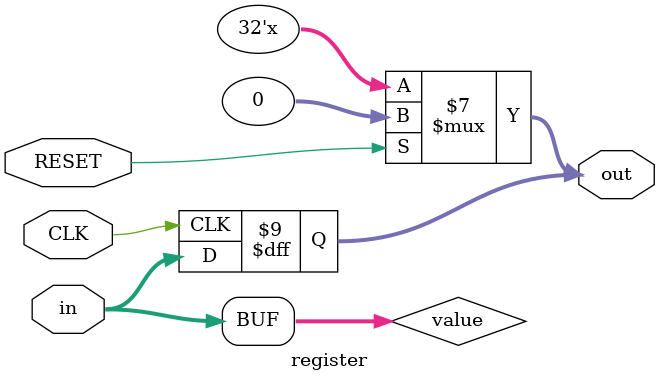
<source format=v>
`timescale 1ns / 1ps
module register # ( parameter WI1 = 10, WF1 = 22,
                              WI2 = 10, WF2 = 22,
                              WIO = WI1 > WI2 ? WI1 : WI2,
                              WFO = WF1 > WF2 ? WF1 : WF2,
                              set_x_val = 0 )
(
    input CLK,
    input RESET,
    input [31 : 0] in,
    output reg [31 : 0] out
);
    reg [31 : 0] value;
    initial
    begin
        if(set_x_val == 1)
        begin
            out <= top.initial_x;
        end
        else
        begin
            out <= 0;
        end
    end
    
    always @ (posedge CLK)
    begin
        out <= value;
    end
    
    always @ (*)
    begin
        if(RESET)
        begin
            if(set_x_val == 1)
            begin
                out <= top.initial_x;
                value <= in;
            end
            else
            begin
                out <= 0;
                value <= in;
            end
        end
        else value <= in;
    end
endmodule

</source>
